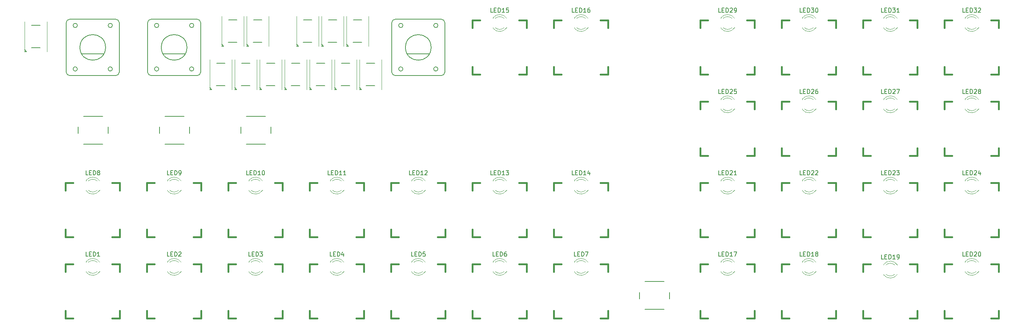
<source format=gbr>
G04 #@! TF.FileFunction,Legend,Top*
%FSLAX46Y46*%
G04 Gerber Fmt 4.6, Leading zero omitted, Abs format (unit mm)*
G04 Created by KiCad (PCBNEW 4.0.7) date Sat Mar 24 11:27:51 2018*
%MOMM*%
%LPD*%
G01*
G04 APERTURE LIST*
%ADD10C,0.100000*%
%ADD11C,0.381000*%
%ADD12C,0.150000*%
%ADD13C,0.120000*%
%ADD14C,0.200000*%
G04 APERTURE END LIST*
D10*
D11*
X303530000Y-109220000D02*
X301752000Y-109220000D01*
X292608000Y-109220000D02*
X290830000Y-109220000D01*
X290830000Y-109220000D02*
X290830000Y-107442000D01*
X290830000Y-98298000D02*
X290830000Y-96520000D01*
X290830000Y-96520000D02*
X292608000Y-96520000D01*
X301752000Y-96520000D02*
X303530000Y-96520000D01*
X303530000Y-96520000D02*
X303530000Y-98298000D01*
X303530000Y-107442000D02*
X303530000Y-109220000D01*
X97790000Y-128270000D02*
X96012000Y-128270000D01*
X86868000Y-128270000D02*
X85090000Y-128270000D01*
X85090000Y-128270000D02*
X85090000Y-126492000D01*
X85090000Y-117348000D02*
X85090000Y-115570000D01*
X85090000Y-115570000D02*
X86868000Y-115570000D01*
X96012000Y-115570000D02*
X97790000Y-115570000D01*
X97790000Y-115570000D02*
X97790000Y-117348000D01*
X97790000Y-126492000D02*
X97790000Y-128270000D01*
X212090000Y-109220000D02*
X210312000Y-109220000D01*
X201168000Y-109220000D02*
X199390000Y-109220000D01*
X199390000Y-109220000D02*
X199390000Y-107442000D01*
X199390000Y-98298000D02*
X199390000Y-96520000D01*
X199390000Y-96520000D02*
X201168000Y-96520000D01*
X210312000Y-96520000D02*
X212090000Y-96520000D01*
X212090000Y-96520000D02*
X212090000Y-98298000D01*
X212090000Y-107442000D02*
X212090000Y-109220000D01*
X193040000Y-109220000D02*
X191262000Y-109220000D01*
X182118000Y-109220000D02*
X180340000Y-109220000D01*
X180340000Y-109220000D02*
X180340000Y-107442000D01*
X180340000Y-98298000D02*
X180340000Y-96520000D01*
X180340000Y-96520000D02*
X182118000Y-96520000D01*
X191262000Y-96520000D02*
X193040000Y-96520000D01*
X193040000Y-96520000D02*
X193040000Y-98298000D01*
X193040000Y-107442000D02*
X193040000Y-109220000D01*
X173990000Y-109220000D02*
X172212000Y-109220000D01*
X163068000Y-109220000D02*
X161290000Y-109220000D01*
X161290000Y-109220000D02*
X161290000Y-107442000D01*
X161290000Y-98298000D02*
X161290000Y-96520000D01*
X161290000Y-96520000D02*
X163068000Y-96520000D01*
X172212000Y-96520000D02*
X173990000Y-96520000D01*
X173990000Y-96520000D02*
X173990000Y-98298000D01*
X173990000Y-107442000D02*
X173990000Y-109220000D01*
X154940000Y-109220000D02*
X153162000Y-109220000D01*
X144018000Y-109220000D02*
X142240000Y-109220000D01*
X142240000Y-109220000D02*
X142240000Y-107442000D01*
X142240000Y-98298000D02*
X142240000Y-96520000D01*
X142240000Y-96520000D02*
X144018000Y-96520000D01*
X153162000Y-96520000D02*
X154940000Y-96520000D01*
X154940000Y-96520000D02*
X154940000Y-98298000D01*
X154940000Y-107442000D02*
X154940000Y-109220000D01*
X135890000Y-109220000D02*
X134112000Y-109220000D01*
X124968000Y-109220000D02*
X123190000Y-109220000D01*
X123190000Y-109220000D02*
X123190000Y-107442000D01*
X123190000Y-98298000D02*
X123190000Y-96520000D01*
X123190000Y-96520000D02*
X124968000Y-96520000D01*
X134112000Y-96520000D02*
X135890000Y-96520000D01*
X135890000Y-96520000D02*
X135890000Y-98298000D01*
X135890000Y-107442000D02*
X135890000Y-109220000D01*
X212090000Y-71120000D02*
X210312000Y-71120000D01*
X201168000Y-71120000D02*
X199390000Y-71120000D01*
X199390000Y-71120000D02*
X199390000Y-69342000D01*
X199390000Y-60198000D02*
X199390000Y-58420000D01*
X199390000Y-58420000D02*
X201168000Y-58420000D01*
X210312000Y-58420000D02*
X212090000Y-58420000D01*
X212090000Y-58420000D02*
X212090000Y-60198000D01*
X212090000Y-69342000D02*
X212090000Y-71120000D01*
X193040000Y-71120000D02*
X191262000Y-71120000D01*
X182118000Y-71120000D02*
X180340000Y-71120000D01*
X180340000Y-71120000D02*
X180340000Y-69342000D01*
X180340000Y-60198000D02*
X180340000Y-58420000D01*
X180340000Y-58420000D02*
X182118000Y-58420000D01*
X191262000Y-58420000D02*
X193040000Y-58420000D01*
X193040000Y-58420000D02*
X193040000Y-60198000D01*
X193040000Y-69342000D02*
X193040000Y-71120000D01*
X246380000Y-128270000D02*
X244602000Y-128270000D01*
X235458000Y-128270000D02*
X233680000Y-128270000D01*
X233680000Y-128270000D02*
X233680000Y-126492000D01*
X233680000Y-117348000D02*
X233680000Y-115570000D01*
X233680000Y-115570000D02*
X235458000Y-115570000D01*
X244602000Y-115570000D02*
X246380000Y-115570000D01*
X246380000Y-115570000D02*
X246380000Y-117348000D01*
X246380000Y-126492000D02*
X246380000Y-128270000D01*
X265430000Y-128270000D02*
X263652000Y-128270000D01*
X254508000Y-128270000D02*
X252730000Y-128270000D01*
X252730000Y-128270000D02*
X252730000Y-126492000D01*
X252730000Y-117348000D02*
X252730000Y-115570000D01*
X252730000Y-115570000D02*
X254508000Y-115570000D01*
X263652000Y-115570000D02*
X265430000Y-115570000D01*
X265430000Y-115570000D02*
X265430000Y-117348000D01*
X265430000Y-126492000D02*
X265430000Y-128270000D01*
X246380000Y-90170000D02*
X244602000Y-90170000D01*
X235458000Y-90170000D02*
X233680000Y-90170000D01*
X233680000Y-90170000D02*
X233680000Y-88392000D01*
X233680000Y-79248000D02*
X233680000Y-77470000D01*
X233680000Y-77470000D02*
X235458000Y-77470000D01*
X244602000Y-77470000D02*
X246380000Y-77470000D01*
X246380000Y-77470000D02*
X246380000Y-79248000D01*
X246380000Y-88392000D02*
X246380000Y-90170000D01*
X284480000Y-128270000D02*
X282702000Y-128270000D01*
X273558000Y-128270000D02*
X271780000Y-128270000D01*
X271780000Y-128270000D02*
X271780000Y-126492000D01*
X271780000Y-117348000D02*
X271780000Y-115570000D01*
X271780000Y-115570000D02*
X273558000Y-115570000D01*
X282702000Y-115570000D02*
X284480000Y-115570000D01*
X284480000Y-115570000D02*
X284480000Y-117348000D01*
X284480000Y-126492000D02*
X284480000Y-128270000D01*
X265430000Y-90170000D02*
X263652000Y-90170000D01*
X254508000Y-90170000D02*
X252730000Y-90170000D01*
X252730000Y-90170000D02*
X252730000Y-88392000D01*
X252730000Y-79248000D02*
X252730000Y-77470000D01*
X252730000Y-77470000D02*
X254508000Y-77470000D01*
X263652000Y-77470000D02*
X265430000Y-77470000D01*
X265430000Y-77470000D02*
X265430000Y-79248000D01*
X265430000Y-88392000D02*
X265430000Y-90170000D01*
X303530000Y-128270000D02*
X301752000Y-128270000D01*
X292608000Y-128270000D02*
X290830000Y-128270000D01*
X290830000Y-128270000D02*
X290830000Y-126492000D01*
X290830000Y-117348000D02*
X290830000Y-115570000D01*
X290830000Y-115570000D02*
X292608000Y-115570000D01*
X301752000Y-115570000D02*
X303530000Y-115570000D01*
X303530000Y-115570000D02*
X303530000Y-117348000D01*
X303530000Y-126492000D02*
X303530000Y-128270000D01*
X284480000Y-90170000D02*
X282702000Y-90170000D01*
X273558000Y-90170000D02*
X271780000Y-90170000D01*
X271780000Y-90170000D02*
X271780000Y-88392000D01*
X271780000Y-79248000D02*
X271780000Y-77470000D01*
X271780000Y-77470000D02*
X273558000Y-77470000D01*
X282702000Y-77470000D02*
X284480000Y-77470000D01*
X284480000Y-77470000D02*
X284480000Y-79248000D01*
X284480000Y-88392000D02*
X284480000Y-90170000D01*
X303530000Y-90170000D02*
X301752000Y-90170000D01*
X292608000Y-90170000D02*
X290830000Y-90170000D01*
X290830000Y-90170000D02*
X290830000Y-88392000D01*
X290830000Y-79248000D02*
X290830000Y-77470000D01*
X290830000Y-77470000D02*
X292608000Y-77470000D01*
X301752000Y-77470000D02*
X303530000Y-77470000D01*
X303530000Y-77470000D02*
X303530000Y-79248000D01*
X303530000Y-88392000D02*
X303530000Y-90170000D01*
X265430000Y-109220000D02*
X263652000Y-109220000D01*
X254508000Y-109220000D02*
X252730000Y-109220000D01*
X252730000Y-109220000D02*
X252730000Y-107442000D01*
X252730000Y-98298000D02*
X252730000Y-96520000D01*
X252730000Y-96520000D02*
X254508000Y-96520000D01*
X263652000Y-96520000D02*
X265430000Y-96520000D01*
X265430000Y-96520000D02*
X265430000Y-98298000D01*
X265430000Y-107442000D02*
X265430000Y-109220000D01*
X246380000Y-71120000D02*
X244602000Y-71120000D01*
X235458000Y-71120000D02*
X233680000Y-71120000D01*
X233680000Y-71120000D02*
X233680000Y-69342000D01*
X233680000Y-60198000D02*
X233680000Y-58420000D01*
X233680000Y-58420000D02*
X235458000Y-58420000D01*
X244602000Y-58420000D02*
X246380000Y-58420000D01*
X246380000Y-58420000D02*
X246380000Y-60198000D01*
X246380000Y-69342000D02*
X246380000Y-71120000D01*
X284480000Y-109220000D02*
X282702000Y-109220000D01*
X273558000Y-109220000D02*
X271780000Y-109220000D01*
X271780000Y-109220000D02*
X271780000Y-107442000D01*
X271780000Y-98298000D02*
X271780000Y-96520000D01*
X271780000Y-96520000D02*
X273558000Y-96520000D01*
X282702000Y-96520000D02*
X284480000Y-96520000D01*
X284480000Y-96520000D02*
X284480000Y-98298000D01*
X284480000Y-107442000D02*
X284480000Y-109220000D01*
X265430000Y-71120000D02*
X263652000Y-71120000D01*
X254508000Y-71120000D02*
X252730000Y-71120000D01*
X252730000Y-71120000D02*
X252730000Y-69342000D01*
X252730000Y-60198000D02*
X252730000Y-58420000D01*
X252730000Y-58420000D02*
X254508000Y-58420000D01*
X263652000Y-58420000D02*
X265430000Y-58420000D01*
X265430000Y-58420000D02*
X265430000Y-60198000D01*
X265430000Y-69342000D02*
X265430000Y-71120000D01*
X303530000Y-71120000D02*
X301752000Y-71120000D01*
X292608000Y-71120000D02*
X290830000Y-71120000D01*
X290830000Y-71120000D02*
X290830000Y-69342000D01*
X290830000Y-60198000D02*
X290830000Y-58420000D01*
X290830000Y-58420000D02*
X292608000Y-58420000D01*
X301752000Y-58420000D02*
X303530000Y-58420000D01*
X303530000Y-58420000D02*
X303530000Y-60198000D01*
X303530000Y-69342000D02*
X303530000Y-71120000D01*
X212090000Y-128270000D02*
X210312000Y-128270000D01*
X201168000Y-128270000D02*
X199390000Y-128270000D01*
X199390000Y-128270000D02*
X199390000Y-126492000D01*
X199390000Y-117348000D02*
X199390000Y-115570000D01*
X199390000Y-115570000D02*
X201168000Y-115570000D01*
X210312000Y-115570000D02*
X212090000Y-115570000D01*
X212090000Y-115570000D02*
X212090000Y-117348000D01*
X212090000Y-126492000D02*
X212090000Y-128270000D01*
X193040000Y-128270000D02*
X191262000Y-128270000D01*
X182118000Y-128270000D02*
X180340000Y-128270000D01*
X180340000Y-128270000D02*
X180340000Y-126492000D01*
X180340000Y-117348000D02*
X180340000Y-115570000D01*
X180340000Y-115570000D02*
X182118000Y-115570000D01*
X191262000Y-115570000D02*
X193040000Y-115570000D01*
X193040000Y-115570000D02*
X193040000Y-117348000D01*
X193040000Y-126492000D02*
X193040000Y-128270000D01*
X173990000Y-128270000D02*
X172212000Y-128270000D01*
X163068000Y-128270000D02*
X161290000Y-128270000D01*
X161290000Y-128270000D02*
X161290000Y-126492000D01*
X161290000Y-117348000D02*
X161290000Y-115570000D01*
X161290000Y-115570000D02*
X163068000Y-115570000D01*
X172212000Y-115570000D02*
X173990000Y-115570000D01*
X173990000Y-115570000D02*
X173990000Y-117348000D01*
X173990000Y-126492000D02*
X173990000Y-128270000D01*
X154940000Y-128270000D02*
X153162000Y-128270000D01*
X144018000Y-128270000D02*
X142240000Y-128270000D01*
X142240000Y-128270000D02*
X142240000Y-126492000D01*
X142240000Y-117348000D02*
X142240000Y-115570000D01*
X142240000Y-115570000D02*
X144018000Y-115570000D01*
X153162000Y-115570000D02*
X154940000Y-115570000D01*
X154940000Y-115570000D02*
X154940000Y-117348000D01*
X154940000Y-126492000D02*
X154940000Y-128270000D01*
X135890000Y-128270000D02*
X134112000Y-128270000D01*
X124968000Y-128270000D02*
X123190000Y-128270000D01*
X123190000Y-128270000D02*
X123190000Y-126492000D01*
X123190000Y-117348000D02*
X123190000Y-115570000D01*
X123190000Y-115570000D02*
X124968000Y-115570000D01*
X134112000Y-115570000D02*
X135890000Y-115570000D01*
X135890000Y-115570000D02*
X135890000Y-117348000D01*
X135890000Y-126492000D02*
X135890000Y-128270000D01*
X116840000Y-128270000D02*
X115062000Y-128270000D01*
X105918000Y-128270000D02*
X104140000Y-128270000D01*
X104140000Y-128270000D02*
X104140000Y-126492000D01*
X104140000Y-117348000D02*
X104140000Y-115570000D01*
X104140000Y-115570000D02*
X105918000Y-115570000D01*
X115062000Y-115570000D02*
X116840000Y-115570000D01*
X116840000Y-115570000D02*
X116840000Y-117348000D01*
X116840000Y-126492000D02*
X116840000Y-128270000D01*
X284480000Y-71120000D02*
X282702000Y-71120000D01*
X273558000Y-71120000D02*
X271780000Y-71120000D01*
X271780000Y-71120000D02*
X271780000Y-69342000D01*
X271780000Y-60198000D02*
X271780000Y-58420000D01*
X271780000Y-58420000D02*
X273558000Y-58420000D01*
X282702000Y-58420000D02*
X284480000Y-58420000D01*
X284480000Y-58420000D02*
X284480000Y-60198000D01*
X284480000Y-69342000D02*
X284480000Y-71120000D01*
X246380000Y-109220000D02*
X244602000Y-109220000D01*
X235458000Y-109220000D02*
X233680000Y-109220000D01*
X233680000Y-109220000D02*
X233680000Y-107442000D01*
X233680000Y-98298000D02*
X233680000Y-96520000D01*
X233680000Y-96520000D02*
X235458000Y-96520000D01*
X244602000Y-96520000D02*
X246380000Y-96520000D01*
X246380000Y-96520000D02*
X246380000Y-98298000D01*
X246380000Y-107442000D02*
X246380000Y-109220000D01*
X116840000Y-109220000D02*
X115062000Y-109220000D01*
X105918000Y-109220000D02*
X104140000Y-109220000D01*
X104140000Y-109220000D02*
X104140000Y-107442000D01*
X104140000Y-98298000D02*
X104140000Y-96520000D01*
X104140000Y-96520000D02*
X105918000Y-96520000D01*
X115062000Y-96520000D02*
X116840000Y-96520000D01*
X116840000Y-96520000D02*
X116840000Y-98298000D01*
X116840000Y-107442000D02*
X116840000Y-109220000D01*
X97790000Y-109220000D02*
X96012000Y-109220000D01*
X86868000Y-109220000D02*
X85090000Y-109220000D01*
X85090000Y-109220000D02*
X85090000Y-107442000D01*
X85090000Y-98298000D02*
X85090000Y-96520000D01*
X85090000Y-96520000D02*
X86868000Y-96520000D01*
X96012000Y-96520000D02*
X97790000Y-96520000D01*
X97790000Y-96520000D02*
X97790000Y-98298000D01*
X97790000Y-107442000D02*
X97790000Y-109220000D01*
D12*
X108315000Y-87415000D02*
X112815000Y-87415000D01*
X107065000Y-83415000D02*
X107065000Y-84915000D01*
X112815000Y-80915000D02*
X108315000Y-80915000D01*
X114065000Y-84915000D02*
X114065000Y-83415000D01*
X89265000Y-87415000D02*
X93765000Y-87415000D01*
X88015000Y-83415000D02*
X88015000Y-84915000D01*
X93765000Y-80915000D02*
X89265000Y-80915000D01*
X95015000Y-84915000D02*
X95015000Y-83415000D01*
X127365000Y-87415000D02*
X131865000Y-87415000D01*
X126115000Y-83415000D02*
X126115000Y-84915000D01*
X131865000Y-80915000D02*
X127365000Y-80915000D01*
X133115000Y-84915000D02*
X133115000Y-83415000D01*
X79121000Y-59588400D02*
X77114400Y-59588400D01*
X79095600Y-64871600D02*
X77089000Y-64871600D01*
X75514200Y-65735200D02*
X75920600Y-65735200D01*
X75920600Y-65735200D02*
X75514200Y-65278000D01*
D13*
X80705000Y-58730000D02*
X80705000Y-65730000D01*
X75505000Y-58730000D02*
X75505000Y-65730000D01*
D12*
X157480000Y-68478400D02*
X155473400Y-68478400D01*
X157454600Y-73761600D02*
X155448000Y-73761600D01*
X153873200Y-74625200D02*
X154279600Y-74625200D01*
X154279600Y-74625200D02*
X153873200Y-74168000D01*
D13*
X159064000Y-67620000D02*
X159064000Y-74620000D01*
X153864000Y-67620000D02*
X153864000Y-74620000D01*
D12*
X154432000Y-58318400D02*
X152425400Y-58318400D01*
X154406600Y-63601600D02*
X152400000Y-63601600D01*
X150825200Y-64465200D02*
X151231600Y-64465200D01*
X151231600Y-64465200D02*
X150825200Y-64008000D01*
D13*
X156016000Y-57460000D02*
X156016000Y-64460000D01*
X150816000Y-57460000D02*
X150816000Y-64460000D01*
D12*
X151638000Y-68478400D02*
X149631400Y-68478400D01*
X151612600Y-73761600D02*
X149606000Y-73761600D01*
X148031200Y-74625200D02*
X148437600Y-74625200D01*
X148437600Y-74625200D02*
X148031200Y-74168000D01*
D13*
X153222000Y-67620000D02*
X153222000Y-74620000D01*
X148022000Y-67620000D02*
X148022000Y-74620000D01*
D12*
X148590000Y-58318400D02*
X146583400Y-58318400D01*
X148564600Y-63601600D02*
X146558000Y-63601600D01*
X144983200Y-64465200D02*
X145389600Y-64465200D01*
X145389600Y-64465200D02*
X144983200Y-64008000D01*
D13*
X150174000Y-57460000D02*
X150174000Y-64460000D01*
X144974000Y-57460000D02*
X144974000Y-64460000D01*
D12*
X145796000Y-68478400D02*
X143789400Y-68478400D01*
X145770600Y-73761600D02*
X143764000Y-73761600D01*
X142189200Y-74625200D02*
X142595600Y-74625200D01*
X142595600Y-74625200D02*
X142189200Y-74168000D01*
D13*
X147380000Y-67620000D02*
X147380000Y-74620000D01*
X142180000Y-67620000D02*
X142180000Y-74620000D01*
D12*
X142748000Y-58318400D02*
X140741400Y-58318400D01*
X142722600Y-63601600D02*
X140716000Y-63601600D01*
X139141200Y-64465200D02*
X139547600Y-64465200D01*
X139547600Y-64465200D02*
X139141200Y-64008000D01*
D13*
X144332000Y-57460000D02*
X144332000Y-64460000D01*
X139132000Y-57460000D02*
X139132000Y-64460000D01*
D12*
X139954000Y-68478400D02*
X137947400Y-68478400D01*
X139928600Y-73761600D02*
X137922000Y-73761600D01*
X136347200Y-74625200D02*
X136753600Y-74625200D01*
X136753600Y-74625200D02*
X136347200Y-74168000D01*
D13*
X141538000Y-67620000D02*
X141538000Y-74620000D01*
X136338000Y-67620000D02*
X136338000Y-74620000D01*
D12*
X134112000Y-68478400D02*
X132105400Y-68478400D01*
X134086600Y-73761600D02*
X132080000Y-73761600D01*
X130505200Y-74625200D02*
X130911600Y-74625200D01*
X130911600Y-74625200D02*
X130505200Y-74168000D01*
D13*
X135696000Y-67620000D02*
X135696000Y-74620000D01*
X130496000Y-67620000D02*
X130496000Y-74620000D01*
D12*
X131064000Y-58318400D02*
X129057400Y-58318400D01*
X131038600Y-63601600D02*
X129032000Y-63601600D01*
X127457200Y-64465200D02*
X127863600Y-64465200D01*
X127863600Y-64465200D02*
X127457200Y-64008000D01*
D13*
X132648000Y-57460000D02*
X132648000Y-64460000D01*
X127448000Y-57460000D02*
X127448000Y-64460000D01*
D12*
X128270000Y-68478400D02*
X126263400Y-68478400D01*
X128244600Y-73761600D02*
X126238000Y-73761600D01*
X124663200Y-74625200D02*
X125069600Y-74625200D01*
X125069600Y-74625200D02*
X124663200Y-74168000D01*
D13*
X129854000Y-67620000D02*
X129854000Y-74620000D01*
X124654000Y-67620000D02*
X124654000Y-74620000D01*
D12*
X125222000Y-58318400D02*
X123215400Y-58318400D01*
X125196600Y-63601600D02*
X123190000Y-63601600D01*
X121615200Y-64465200D02*
X122021600Y-64465200D01*
X122021600Y-64465200D02*
X121615200Y-64008000D01*
D13*
X126806000Y-57460000D02*
X126806000Y-64460000D01*
X121606000Y-57460000D02*
X121606000Y-64460000D01*
D12*
X122428000Y-68478400D02*
X120421400Y-68478400D01*
X122402600Y-73761600D02*
X120396000Y-73761600D01*
X118821200Y-74625200D02*
X119227600Y-74625200D01*
X119227600Y-74625200D02*
X118821200Y-74168000D01*
D13*
X124012000Y-67620000D02*
X124012000Y-74620000D01*
X118812000Y-67620000D02*
X118812000Y-74620000D01*
D14*
X96040000Y-59620000D02*
G75*
G03X96040000Y-59620000I-500000J0D01*
G01*
X87840000Y-59620000D02*
G75*
G03X87840000Y-59620000I-500000J0D01*
G01*
X87840000Y-69820000D02*
G75*
G03X87840000Y-69820000I-500000J0D01*
G01*
X96040000Y-69820000D02*
G75*
G03X96040000Y-69820000I-500000J0D01*
G01*
X97640000Y-58970000D02*
X97640000Y-70570000D01*
X85240000Y-70570000D02*
X85240000Y-58970000D01*
X96840000Y-71370000D02*
X86040000Y-71370000D01*
X96840000Y-58170000D02*
X86040000Y-58170000D01*
X96840000Y-71370000D02*
G75*
G03X97640000Y-70570000I0J800000D01*
G01*
X97640000Y-58970000D02*
G75*
G03X96840000Y-58170000I-800000J0D01*
G01*
X86040000Y-58170000D02*
G75*
G03X85240000Y-58970000I0J-800000D01*
G01*
X85240000Y-70570000D02*
G75*
G03X86040000Y-71370000I800000J0D01*
G01*
X94040000Y-66270000D02*
X88840000Y-66270000D01*
X94440000Y-64770000D02*
G75*
G03X94440000Y-64770000I-3000000J0D01*
G01*
X115090000Y-59620000D02*
G75*
G03X115090000Y-59620000I-500000J0D01*
G01*
X106890000Y-59620000D02*
G75*
G03X106890000Y-59620000I-500000J0D01*
G01*
X106890000Y-69820000D02*
G75*
G03X106890000Y-69820000I-500000J0D01*
G01*
X115090000Y-69820000D02*
G75*
G03X115090000Y-69820000I-500000J0D01*
G01*
X116690000Y-58970000D02*
X116690000Y-70570000D01*
X104290000Y-70570000D02*
X104290000Y-58970000D01*
X115890000Y-71370000D02*
X105090000Y-71370000D01*
X115890000Y-58170000D02*
X105090000Y-58170000D01*
X115890000Y-71370000D02*
G75*
G03X116690000Y-70570000I0J800000D01*
G01*
X116690000Y-58970000D02*
G75*
G03X115890000Y-58170000I-800000J0D01*
G01*
X105090000Y-58170000D02*
G75*
G03X104290000Y-58970000I0J-800000D01*
G01*
X104290000Y-70570000D02*
G75*
G03X105090000Y-71370000I800000J0D01*
G01*
X113090000Y-66270000D02*
X107890000Y-66270000D01*
X113490000Y-64770000D02*
G75*
G03X113490000Y-64770000I-3000000J0D01*
G01*
X172240000Y-59620000D02*
G75*
G03X172240000Y-59620000I-500000J0D01*
G01*
X164040000Y-59620000D02*
G75*
G03X164040000Y-59620000I-500000J0D01*
G01*
X164040000Y-69820000D02*
G75*
G03X164040000Y-69820000I-500000J0D01*
G01*
X172240000Y-69820000D02*
G75*
G03X172240000Y-69820000I-500000J0D01*
G01*
X173840000Y-58970000D02*
X173840000Y-70570000D01*
X161440000Y-70570000D02*
X161440000Y-58970000D01*
X173040000Y-71370000D02*
X162240000Y-71370000D01*
X173040000Y-58170000D02*
X162240000Y-58170000D01*
X173040000Y-71370000D02*
G75*
G03X173840000Y-70570000I0J800000D01*
G01*
X173840000Y-58970000D02*
G75*
G03X173040000Y-58170000I-800000J0D01*
G01*
X162240000Y-58170000D02*
G75*
G03X161440000Y-58970000I0J-800000D01*
G01*
X161440000Y-70570000D02*
G75*
G03X162240000Y-71370000I800000J0D01*
G01*
X170240000Y-66270000D02*
X165040000Y-66270000D01*
X170640000Y-64770000D02*
G75*
G03X170640000Y-64770000I-3000000J0D01*
G01*
D12*
X220710000Y-126150000D02*
X225210000Y-126150000D01*
X219460000Y-122150000D02*
X219460000Y-123650000D01*
X225210000Y-119650000D02*
X220710000Y-119650000D01*
X226460000Y-123650000D02*
X226460000Y-122150000D01*
D13*
X93112335Y-115126392D02*
G75*
G03X89880000Y-114969484I-1672335J-1078608D01*
G01*
X93112335Y-117283608D02*
G75*
G02X89880000Y-117440516I-1672335J1078608D01*
G01*
X92481130Y-115125163D02*
G75*
G03X90399039Y-115125000I-1041130J-1079837D01*
G01*
X92481130Y-117284837D02*
G75*
G02X90399039Y-117285000I-1041130J1079837D01*
G01*
X89880000Y-114969000D02*
X89880000Y-115125000D01*
X89880000Y-117285000D02*
X89880000Y-117441000D01*
X112162335Y-115126392D02*
G75*
G03X108930000Y-114969484I-1672335J-1078608D01*
G01*
X112162335Y-117283608D02*
G75*
G02X108930000Y-117440516I-1672335J1078608D01*
G01*
X111531130Y-115125163D02*
G75*
G03X109449039Y-115125000I-1041130J-1079837D01*
G01*
X111531130Y-117284837D02*
G75*
G02X109449039Y-117285000I-1041130J1079837D01*
G01*
X108930000Y-114969000D02*
X108930000Y-115125000D01*
X108930000Y-117285000D02*
X108930000Y-117441000D01*
X131212335Y-115126392D02*
G75*
G03X127980000Y-114969484I-1672335J-1078608D01*
G01*
X131212335Y-117283608D02*
G75*
G02X127980000Y-117440516I-1672335J1078608D01*
G01*
X130581130Y-115125163D02*
G75*
G03X128499039Y-115125000I-1041130J-1079837D01*
G01*
X130581130Y-117284837D02*
G75*
G02X128499039Y-117285000I-1041130J1079837D01*
G01*
X127980000Y-114969000D02*
X127980000Y-115125000D01*
X127980000Y-117285000D02*
X127980000Y-117441000D01*
X150262335Y-115126392D02*
G75*
G03X147030000Y-114969484I-1672335J-1078608D01*
G01*
X150262335Y-117283608D02*
G75*
G02X147030000Y-117440516I-1672335J1078608D01*
G01*
X149631130Y-115125163D02*
G75*
G03X147549039Y-115125000I-1041130J-1079837D01*
G01*
X149631130Y-117284837D02*
G75*
G02X147549039Y-117285000I-1041130J1079837D01*
G01*
X147030000Y-114969000D02*
X147030000Y-115125000D01*
X147030000Y-117285000D02*
X147030000Y-117441000D01*
X169312335Y-115126392D02*
G75*
G03X166080000Y-114969484I-1672335J-1078608D01*
G01*
X169312335Y-117283608D02*
G75*
G02X166080000Y-117440516I-1672335J1078608D01*
G01*
X168681130Y-115125163D02*
G75*
G03X166599039Y-115125000I-1041130J-1079837D01*
G01*
X168681130Y-117284837D02*
G75*
G02X166599039Y-117285000I-1041130J1079837D01*
G01*
X166080000Y-114969000D02*
X166080000Y-115125000D01*
X166080000Y-117285000D02*
X166080000Y-117441000D01*
X188362335Y-115126392D02*
G75*
G03X185130000Y-114969484I-1672335J-1078608D01*
G01*
X188362335Y-117283608D02*
G75*
G02X185130000Y-117440516I-1672335J1078608D01*
G01*
X187731130Y-115125163D02*
G75*
G03X185649039Y-115125000I-1041130J-1079837D01*
G01*
X187731130Y-117284837D02*
G75*
G02X185649039Y-117285000I-1041130J1079837D01*
G01*
X185130000Y-114969000D02*
X185130000Y-115125000D01*
X185130000Y-117285000D02*
X185130000Y-117441000D01*
X207412335Y-115126392D02*
G75*
G03X204180000Y-114969484I-1672335J-1078608D01*
G01*
X207412335Y-117283608D02*
G75*
G02X204180000Y-117440516I-1672335J1078608D01*
G01*
X206781130Y-115125163D02*
G75*
G03X204699039Y-115125000I-1041130J-1079837D01*
G01*
X206781130Y-117284837D02*
G75*
G02X204699039Y-117285000I-1041130J1079837D01*
G01*
X204180000Y-114969000D02*
X204180000Y-115125000D01*
X204180000Y-117285000D02*
X204180000Y-117441000D01*
X93112335Y-96076392D02*
G75*
G03X89880000Y-95919484I-1672335J-1078608D01*
G01*
X93112335Y-98233608D02*
G75*
G02X89880000Y-98390516I-1672335J1078608D01*
G01*
X92481130Y-96075163D02*
G75*
G03X90399039Y-96075000I-1041130J-1079837D01*
G01*
X92481130Y-98234837D02*
G75*
G02X90399039Y-98235000I-1041130J1079837D01*
G01*
X89880000Y-95919000D02*
X89880000Y-96075000D01*
X89880000Y-98235000D02*
X89880000Y-98391000D01*
X112162335Y-96076392D02*
G75*
G03X108930000Y-95919484I-1672335J-1078608D01*
G01*
X112162335Y-98233608D02*
G75*
G02X108930000Y-98390516I-1672335J1078608D01*
G01*
X111531130Y-96075163D02*
G75*
G03X109449039Y-96075000I-1041130J-1079837D01*
G01*
X111531130Y-98234837D02*
G75*
G02X109449039Y-98235000I-1041130J1079837D01*
G01*
X108930000Y-95919000D02*
X108930000Y-96075000D01*
X108930000Y-98235000D02*
X108930000Y-98391000D01*
X131212335Y-96076392D02*
G75*
G03X127980000Y-95919484I-1672335J-1078608D01*
G01*
X131212335Y-98233608D02*
G75*
G02X127980000Y-98390516I-1672335J1078608D01*
G01*
X130581130Y-96075163D02*
G75*
G03X128499039Y-96075000I-1041130J-1079837D01*
G01*
X130581130Y-98234837D02*
G75*
G02X128499039Y-98235000I-1041130J1079837D01*
G01*
X127980000Y-95919000D02*
X127980000Y-96075000D01*
X127980000Y-98235000D02*
X127980000Y-98391000D01*
X150262335Y-96076392D02*
G75*
G03X147030000Y-95919484I-1672335J-1078608D01*
G01*
X150262335Y-98233608D02*
G75*
G02X147030000Y-98390516I-1672335J1078608D01*
G01*
X149631130Y-96075163D02*
G75*
G03X147549039Y-96075000I-1041130J-1079837D01*
G01*
X149631130Y-98234837D02*
G75*
G02X147549039Y-98235000I-1041130J1079837D01*
G01*
X147030000Y-95919000D02*
X147030000Y-96075000D01*
X147030000Y-98235000D02*
X147030000Y-98391000D01*
X169312335Y-96076392D02*
G75*
G03X166080000Y-95919484I-1672335J-1078608D01*
G01*
X169312335Y-98233608D02*
G75*
G02X166080000Y-98390516I-1672335J1078608D01*
G01*
X168681130Y-96075163D02*
G75*
G03X166599039Y-96075000I-1041130J-1079837D01*
G01*
X168681130Y-98234837D02*
G75*
G02X166599039Y-98235000I-1041130J1079837D01*
G01*
X166080000Y-95919000D02*
X166080000Y-96075000D01*
X166080000Y-98235000D02*
X166080000Y-98391000D01*
X188362335Y-96076392D02*
G75*
G03X185130000Y-95919484I-1672335J-1078608D01*
G01*
X188362335Y-98233608D02*
G75*
G02X185130000Y-98390516I-1672335J1078608D01*
G01*
X187731130Y-96075163D02*
G75*
G03X185649039Y-96075000I-1041130J-1079837D01*
G01*
X187731130Y-98234837D02*
G75*
G02X185649039Y-98235000I-1041130J1079837D01*
G01*
X185130000Y-95919000D02*
X185130000Y-96075000D01*
X185130000Y-98235000D02*
X185130000Y-98391000D01*
X207412335Y-96076392D02*
G75*
G03X204180000Y-95919484I-1672335J-1078608D01*
G01*
X207412335Y-98233608D02*
G75*
G02X204180000Y-98390516I-1672335J1078608D01*
G01*
X206781130Y-96075163D02*
G75*
G03X204699039Y-96075000I-1041130J-1079837D01*
G01*
X206781130Y-98234837D02*
G75*
G02X204699039Y-98235000I-1041130J1079837D01*
G01*
X204180000Y-95919000D02*
X204180000Y-96075000D01*
X204180000Y-98235000D02*
X204180000Y-98391000D01*
X188362335Y-57976392D02*
G75*
G03X185130000Y-57819484I-1672335J-1078608D01*
G01*
X188362335Y-60133608D02*
G75*
G02X185130000Y-60290516I-1672335J1078608D01*
G01*
X187731130Y-57975163D02*
G75*
G03X185649039Y-57975000I-1041130J-1079837D01*
G01*
X187731130Y-60134837D02*
G75*
G02X185649039Y-60135000I-1041130J1079837D01*
G01*
X185130000Y-57819000D02*
X185130000Y-57975000D01*
X185130000Y-60135000D02*
X185130000Y-60291000D01*
X207412335Y-57976392D02*
G75*
G03X204180000Y-57819484I-1672335J-1078608D01*
G01*
X207412335Y-60133608D02*
G75*
G02X204180000Y-60290516I-1672335J1078608D01*
G01*
X206781130Y-57975163D02*
G75*
G03X204699039Y-57975000I-1041130J-1079837D01*
G01*
X206781130Y-60134837D02*
G75*
G02X204699039Y-60135000I-1041130J1079837D01*
G01*
X204180000Y-57819000D02*
X204180000Y-57975000D01*
X204180000Y-60135000D02*
X204180000Y-60291000D01*
X241702335Y-115126392D02*
G75*
G03X238470000Y-114969484I-1672335J-1078608D01*
G01*
X241702335Y-117283608D02*
G75*
G02X238470000Y-117440516I-1672335J1078608D01*
G01*
X241071130Y-115125163D02*
G75*
G03X238989039Y-115125000I-1041130J-1079837D01*
G01*
X241071130Y-117284837D02*
G75*
G02X238989039Y-117285000I-1041130J1079837D01*
G01*
X238470000Y-114969000D02*
X238470000Y-115125000D01*
X238470000Y-117285000D02*
X238470000Y-117441000D01*
X260752335Y-115126392D02*
G75*
G03X257520000Y-114969484I-1672335J-1078608D01*
G01*
X260752335Y-117283608D02*
G75*
G02X257520000Y-117440516I-1672335J1078608D01*
G01*
X260121130Y-115125163D02*
G75*
G03X258039039Y-115125000I-1041130J-1079837D01*
G01*
X260121130Y-117284837D02*
G75*
G02X258039039Y-117285000I-1041130J1079837D01*
G01*
X257520000Y-114969000D02*
X257520000Y-115125000D01*
X257520000Y-117285000D02*
X257520000Y-117441000D01*
X279802335Y-115761392D02*
G75*
G03X276570000Y-115604484I-1672335J-1078608D01*
G01*
X279802335Y-117918608D02*
G75*
G02X276570000Y-118075516I-1672335J1078608D01*
G01*
X279171130Y-115760163D02*
G75*
G03X277089039Y-115760000I-1041130J-1079837D01*
G01*
X279171130Y-117919837D02*
G75*
G02X277089039Y-117920000I-1041130J1079837D01*
G01*
X276570000Y-115604000D02*
X276570000Y-115760000D01*
X276570000Y-117920000D02*
X276570000Y-118076000D01*
X298852335Y-115126392D02*
G75*
G03X295620000Y-114969484I-1672335J-1078608D01*
G01*
X298852335Y-117283608D02*
G75*
G02X295620000Y-117440516I-1672335J1078608D01*
G01*
X298221130Y-115125163D02*
G75*
G03X296139039Y-115125000I-1041130J-1079837D01*
G01*
X298221130Y-117284837D02*
G75*
G02X296139039Y-117285000I-1041130J1079837D01*
G01*
X295620000Y-114969000D02*
X295620000Y-115125000D01*
X295620000Y-117285000D02*
X295620000Y-117441000D01*
X241702335Y-96076392D02*
G75*
G03X238470000Y-95919484I-1672335J-1078608D01*
G01*
X241702335Y-98233608D02*
G75*
G02X238470000Y-98390516I-1672335J1078608D01*
G01*
X241071130Y-96075163D02*
G75*
G03X238989039Y-96075000I-1041130J-1079837D01*
G01*
X241071130Y-98234837D02*
G75*
G02X238989039Y-98235000I-1041130J1079837D01*
G01*
X238470000Y-95919000D02*
X238470000Y-96075000D01*
X238470000Y-98235000D02*
X238470000Y-98391000D01*
X260752335Y-96076392D02*
G75*
G03X257520000Y-95919484I-1672335J-1078608D01*
G01*
X260752335Y-98233608D02*
G75*
G02X257520000Y-98390516I-1672335J1078608D01*
G01*
X260121130Y-96075163D02*
G75*
G03X258039039Y-96075000I-1041130J-1079837D01*
G01*
X260121130Y-98234837D02*
G75*
G02X258039039Y-98235000I-1041130J1079837D01*
G01*
X257520000Y-95919000D02*
X257520000Y-96075000D01*
X257520000Y-98235000D02*
X257520000Y-98391000D01*
X279802335Y-96076392D02*
G75*
G03X276570000Y-95919484I-1672335J-1078608D01*
G01*
X279802335Y-98233608D02*
G75*
G02X276570000Y-98390516I-1672335J1078608D01*
G01*
X279171130Y-96075163D02*
G75*
G03X277089039Y-96075000I-1041130J-1079837D01*
G01*
X279171130Y-98234837D02*
G75*
G02X277089039Y-98235000I-1041130J1079837D01*
G01*
X276570000Y-95919000D02*
X276570000Y-96075000D01*
X276570000Y-98235000D02*
X276570000Y-98391000D01*
X298852335Y-96076392D02*
G75*
G03X295620000Y-95919484I-1672335J-1078608D01*
G01*
X298852335Y-98233608D02*
G75*
G02X295620000Y-98390516I-1672335J1078608D01*
G01*
X298221130Y-96075163D02*
G75*
G03X296139039Y-96075000I-1041130J-1079837D01*
G01*
X298221130Y-98234837D02*
G75*
G02X296139039Y-98235000I-1041130J1079837D01*
G01*
X295620000Y-95919000D02*
X295620000Y-96075000D01*
X295620000Y-98235000D02*
X295620000Y-98391000D01*
X241702335Y-77026392D02*
G75*
G03X238470000Y-76869484I-1672335J-1078608D01*
G01*
X241702335Y-79183608D02*
G75*
G02X238470000Y-79340516I-1672335J1078608D01*
G01*
X241071130Y-77025163D02*
G75*
G03X238989039Y-77025000I-1041130J-1079837D01*
G01*
X241071130Y-79184837D02*
G75*
G02X238989039Y-79185000I-1041130J1079837D01*
G01*
X238470000Y-76869000D02*
X238470000Y-77025000D01*
X238470000Y-79185000D02*
X238470000Y-79341000D01*
X260752335Y-77026392D02*
G75*
G03X257520000Y-76869484I-1672335J-1078608D01*
G01*
X260752335Y-79183608D02*
G75*
G02X257520000Y-79340516I-1672335J1078608D01*
G01*
X260121130Y-77025163D02*
G75*
G03X258039039Y-77025000I-1041130J-1079837D01*
G01*
X260121130Y-79184837D02*
G75*
G02X258039039Y-79185000I-1041130J1079837D01*
G01*
X257520000Y-76869000D02*
X257520000Y-77025000D01*
X257520000Y-79185000D02*
X257520000Y-79341000D01*
X279802335Y-77026392D02*
G75*
G03X276570000Y-76869484I-1672335J-1078608D01*
G01*
X279802335Y-79183608D02*
G75*
G02X276570000Y-79340516I-1672335J1078608D01*
G01*
X279171130Y-77025163D02*
G75*
G03X277089039Y-77025000I-1041130J-1079837D01*
G01*
X279171130Y-79184837D02*
G75*
G02X277089039Y-79185000I-1041130J1079837D01*
G01*
X276570000Y-76869000D02*
X276570000Y-77025000D01*
X276570000Y-79185000D02*
X276570000Y-79341000D01*
X298852335Y-77026392D02*
G75*
G03X295620000Y-76869484I-1672335J-1078608D01*
G01*
X298852335Y-79183608D02*
G75*
G02X295620000Y-79340516I-1672335J1078608D01*
G01*
X298221130Y-77025163D02*
G75*
G03X296139039Y-77025000I-1041130J-1079837D01*
G01*
X298221130Y-79184837D02*
G75*
G02X296139039Y-79185000I-1041130J1079837D01*
G01*
X295620000Y-76869000D02*
X295620000Y-77025000D01*
X295620000Y-79185000D02*
X295620000Y-79341000D01*
X241702335Y-57976392D02*
G75*
G03X238470000Y-57819484I-1672335J-1078608D01*
G01*
X241702335Y-60133608D02*
G75*
G02X238470000Y-60290516I-1672335J1078608D01*
G01*
X241071130Y-57975163D02*
G75*
G03X238989039Y-57975000I-1041130J-1079837D01*
G01*
X241071130Y-60134837D02*
G75*
G02X238989039Y-60135000I-1041130J1079837D01*
G01*
X238470000Y-57819000D02*
X238470000Y-57975000D01*
X238470000Y-60135000D02*
X238470000Y-60291000D01*
X260752335Y-57976392D02*
G75*
G03X257520000Y-57819484I-1672335J-1078608D01*
G01*
X260752335Y-60133608D02*
G75*
G02X257520000Y-60290516I-1672335J1078608D01*
G01*
X260121130Y-57975163D02*
G75*
G03X258039039Y-57975000I-1041130J-1079837D01*
G01*
X260121130Y-60134837D02*
G75*
G02X258039039Y-60135000I-1041130J1079837D01*
G01*
X257520000Y-57819000D02*
X257520000Y-57975000D01*
X257520000Y-60135000D02*
X257520000Y-60291000D01*
X279802335Y-57976392D02*
G75*
G03X276570000Y-57819484I-1672335J-1078608D01*
G01*
X279802335Y-60133608D02*
G75*
G02X276570000Y-60290516I-1672335J1078608D01*
G01*
X279171130Y-57975163D02*
G75*
G03X277089039Y-57975000I-1041130J-1079837D01*
G01*
X279171130Y-60134837D02*
G75*
G02X277089039Y-60135000I-1041130J1079837D01*
G01*
X276570000Y-57819000D02*
X276570000Y-57975000D01*
X276570000Y-60135000D02*
X276570000Y-60291000D01*
X298852335Y-57976392D02*
G75*
G03X295620000Y-57819484I-1672335J-1078608D01*
G01*
X298852335Y-60133608D02*
G75*
G02X295620000Y-60290516I-1672335J1078608D01*
G01*
X298221130Y-57975163D02*
G75*
G03X296139039Y-57975000I-1041130J-1079837D01*
G01*
X298221130Y-60134837D02*
G75*
G02X296139039Y-60135000I-1041130J1079837D01*
G01*
X295620000Y-57819000D02*
X295620000Y-57975000D01*
X295620000Y-60135000D02*
X295620000Y-60291000D01*
D12*
X90320953Y-113697381D02*
X89844762Y-113697381D01*
X89844762Y-112697381D01*
X90654286Y-113173571D02*
X90987620Y-113173571D01*
X91130477Y-113697381D02*
X90654286Y-113697381D01*
X90654286Y-112697381D01*
X91130477Y-112697381D01*
X91559048Y-113697381D02*
X91559048Y-112697381D01*
X91797143Y-112697381D01*
X91940001Y-112745000D01*
X92035239Y-112840238D01*
X92082858Y-112935476D01*
X92130477Y-113125952D01*
X92130477Y-113268810D01*
X92082858Y-113459286D01*
X92035239Y-113554524D01*
X91940001Y-113649762D01*
X91797143Y-113697381D01*
X91559048Y-113697381D01*
X93082858Y-113697381D02*
X92511429Y-113697381D01*
X92797143Y-113697381D02*
X92797143Y-112697381D01*
X92701905Y-112840238D01*
X92606667Y-112935476D01*
X92511429Y-112983095D01*
X109370953Y-113697381D02*
X108894762Y-113697381D01*
X108894762Y-112697381D01*
X109704286Y-113173571D02*
X110037620Y-113173571D01*
X110180477Y-113697381D02*
X109704286Y-113697381D01*
X109704286Y-112697381D01*
X110180477Y-112697381D01*
X110609048Y-113697381D02*
X110609048Y-112697381D01*
X110847143Y-112697381D01*
X110990001Y-112745000D01*
X111085239Y-112840238D01*
X111132858Y-112935476D01*
X111180477Y-113125952D01*
X111180477Y-113268810D01*
X111132858Y-113459286D01*
X111085239Y-113554524D01*
X110990001Y-113649762D01*
X110847143Y-113697381D01*
X110609048Y-113697381D01*
X111561429Y-112792619D02*
X111609048Y-112745000D01*
X111704286Y-112697381D01*
X111942382Y-112697381D01*
X112037620Y-112745000D01*
X112085239Y-112792619D01*
X112132858Y-112887857D01*
X112132858Y-112983095D01*
X112085239Y-113125952D01*
X111513810Y-113697381D01*
X112132858Y-113697381D01*
X128420953Y-113697381D02*
X127944762Y-113697381D01*
X127944762Y-112697381D01*
X128754286Y-113173571D02*
X129087620Y-113173571D01*
X129230477Y-113697381D02*
X128754286Y-113697381D01*
X128754286Y-112697381D01*
X129230477Y-112697381D01*
X129659048Y-113697381D02*
X129659048Y-112697381D01*
X129897143Y-112697381D01*
X130040001Y-112745000D01*
X130135239Y-112840238D01*
X130182858Y-112935476D01*
X130230477Y-113125952D01*
X130230477Y-113268810D01*
X130182858Y-113459286D01*
X130135239Y-113554524D01*
X130040001Y-113649762D01*
X129897143Y-113697381D01*
X129659048Y-113697381D01*
X130563810Y-112697381D02*
X131182858Y-112697381D01*
X130849524Y-113078333D01*
X130992382Y-113078333D01*
X131087620Y-113125952D01*
X131135239Y-113173571D01*
X131182858Y-113268810D01*
X131182858Y-113506905D01*
X131135239Y-113602143D01*
X131087620Y-113649762D01*
X130992382Y-113697381D01*
X130706667Y-113697381D01*
X130611429Y-113649762D01*
X130563810Y-113602143D01*
X147470953Y-113697381D02*
X146994762Y-113697381D01*
X146994762Y-112697381D01*
X147804286Y-113173571D02*
X148137620Y-113173571D01*
X148280477Y-113697381D02*
X147804286Y-113697381D01*
X147804286Y-112697381D01*
X148280477Y-112697381D01*
X148709048Y-113697381D02*
X148709048Y-112697381D01*
X148947143Y-112697381D01*
X149090001Y-112745000D01*
X149185239Y-112840238D01*
X149232858Y-112935476D01*
X149280477Y-113125952D01*
X149280477Y-113268810D01*
X149232858Y-113459286D01*
X149185239Y-113554524D01*
X149090001Y-113649762D01*
X148947143Y-113697381D01*
X148709048Y-113697381D01*
X150137620Y-113030714D02*
X150137620Y-113697381D01*
X149899524Y-112649762D02*
X149661429Y-113364048D01*
X150280477Y-113364048D01*
X166520953Y-113697381D02*
X166044762Y-113697381D01*
X166044762Y-112697381D01*
X166854286Y-113173571D02*
X167187620Y-113173571D01*
X167330477Y-113697381D02*
X166854286Y-113697381D01*
X166854286Y-112697381D01*
X167330477Y-112697381D01*
X167759048Y-113697381D02*
X167759048Y-112697381D01*
X167997143Y-112697381D01*
X168140001Y-112745000D01*
X168235239Y-112840238D01*
X168282858Y-112935476D01*
X168330477Y-113125952D01*
X168330477Y-113268810D01*
X168282858Y-113459286D01*
X168235239Y-113554524D01*
X168140001Y-113649762D01*
X167997143Y-113697381D01*
X167759048Y-113697381D01*
X169235239Y-112697381D02*
X168759048Y-112697381D01*
X168711429Y-113173571D01*
X168759048Y-113125952D01*
X168854286Y-113078333D01*
X169092382Y-113078333D01*
X169187620Y-113125952D01*
X169235239Y-113173571D01*
X169282858Y-113268810D01*
X169282858Y-113506905D01*
X169235239Y-113602143D01*
X169187620Y-113649762D01*
X169092382Y-113697381D01*
X168854286Y-113697381D01*
X168759048Y-113649762D01*
X168711429Y-113602143D01*
X185570953Y-113697381D02*
X185094762Y-113697381D01*
X185094762Y-112697381D01*
X185904286Y-113173571D02*
X186237620Y-113173571D01*
X186380477Y-113697381D02*
X185904286Y-113697381D01*
X185904286Y-112697381D01*
X186380477Y-112697381D01*
X186809048Y-113697381D02*
X186809048Y-112697381D01*
X187047143Y-112697381D01*
X187190001Y-112745000D01*
X187285239Y-112840238D01*
X187332858Y-112935476D01*
X187380477Y-113125952D01*
X187380477Y-113268810D01*
X187332858Y-113459286D01*
X187285239Y-113554524D01*
X187190001Y-113649762D01*
X187047143Y-113697381D01*
X186809048Y-113697381D01*
X188237620Y-112697381D02*
X188047143Y-112697381D01*
X187951905Y-112745000D01*
X187904286Y-112792619D01*
X187809048Y-112935476D01*
X187761429Y-113125952D01*
X187761429Y-113506905D01*
X187809048Y-113602143D01*
X187856667Y-113649762D01*
X187951905Y-113697381D01*
X188142382Y-113697381D01*
X188237620Y-113649762D01*
X188285239Y-113602143D01*
X188332858Y-113506905D01*
X188332858Y-113268810D01*
X188285239Y-113173571D01*
X188237620Y-113125952D01*
X188142382Y-113078333D01*
X187951905Y-113078333D01*
X187856667Y-113125952D01*
X187809048Y-113173571D01*
X187761429Y-113268810D01*
X204620953Y-113697381D02*
X204144762Y-113697381D01*
X204144762Y-112697381D01*
X204954286Y-113173571D02*
X205287620Y-113173571D01*
X205430477Y-113697381D02*
X204954286Y-113697381D01*
X204954286Y-112697381D01*
X205430477Y-112697381D01*
X205859048Y-113697381D02*
X205859048Y-112697381D01*
X206097143Y-112697381D01*
X206240001Y-112745000D01*
X206335239Y-112840238D01*
X206382858Y-112935476D01*
X206430477Y-113125952D01*
X206430477Y-113268810D01*
X206382858Y-113459286D01*
X206335239Y-113554524D01*
X206240001Y-113649762D01*
X206097143Y-113697381D01*
X205859048Y-113697381D01*
X206763810Y-112697381D02*
X207430477Y-112697381D01*
X207001905Y-113697381D01*
X90320953Y-94647381D02*
X89844762Y-94647381D01*
X89844762Y-93647381D01*
X90654286Y-94123571D02*
X90987620Y-94123571D01*
X91130477Y-94647381D02*
X90654286Y-94647381D01*
X90654286Y-93647381D01*
X91130477Y-93647381D01*
X91559048Y-94647381D02*
X91559048Y-93647381D01*
X91797143Y-93647381D01*
X91940001Y-93695000D01*
X92035239Y-93790238D01*
X92082858Y-93885476D01*
X92130477Y-94075952D01*
X92130477Y-94218810D01*
X92082858Y-94409286D01*
X92035239Y-94504524D01*
X91940001Y-94599762D01*
X91797143Y-94647381D01*
X91559048Y-94647381D01*
X92701905Y-94075952D02*
X92606667Y-94028333D01*
X92559048Y-93980714D01*
X92511429Y-93885476D01*
X92511429Y-93837857D01*
X92559048Y-93742619D01*
X92606667Y-93695000D01*
X92701905Y-93647381D01*
X92892382Y-93647381D01*
X92987620Y-93695000D01*
X93035239Y-93742619D01*
X93082858Y-93837857D01*
X93082858Y-93885476D01*
X93035239Y-93980714D01*
X92987620Y-94028333D01*
X92892382Y-94075952D01*
X92701905Y-94075952D01*
X92606667Y-94123571D01*
X92559048Y-94171190D01*
X92511429Y-94266429D01*
X92511429Y-94456905D01*
X92559048Y-94552143D01*
X92606667Y-94599762D01*
X92701905Y-94647381D01*
X92892382Y-94647381D01*
X92987620Y-94599762D01*
X93035239Y-94552143D01*
X93082858Y-94456905D01*
X93082858Y-94266429D01*
X93035239Y-94171190D01*
X92987620Y-94123571D01*
X92892382Y-94075952D01*
X109370953Y-94647381D02*
X108894762Y-94647381D01*
X108894762Y-93647381D01*
X109704286Y-94123571D02*
X110037620Y-94123571D01*
X110180477Y-94647381D02*
X109704286Y-94647381D01*
X109704286Y-93647381D01*
X110180477Y-93647381D01*
X110609048Y-94647381D02*
X110609048Y-93647381D01*
X110847143Y-93647381D01*
X110990001Y-93695000D01*
X111085239Y-93790238D01*
X111132858Y-93885476D01*
X111180477Y-94075952D01*
X111180477Y-94218810D01*
X111132858Y-94409286D01*
X111085239Y-94504524D01*
X110990001Y-94599762D01*
X110847143Y-94647381D01*
X110609048Y-94647381D01*
X111656667Y-94647381D02*
X111847143Y-94647381D01*
X111942382Y-94599762D01*
X111990001Y-94552143D01*
X112085239Y-94409286D01*
X112132858Y-94218810D01*
X112132858Y-93837857D01*
X112085239Y-93742619D01*
X112037620Y-93695000D01*
X111942382Y-93647381D01*
X111751905Y-93647381D01*
X111656667Y-93695000D01*
X111609048Y-93742619D01*
X111561429Y-93837857D01*
X111561429Y-94075952D01*
X111609048Y-94171190D01*
X111656667Y-94218810D01*
X111751905Y-94266429D01*
X111942382Y-94266429D01*
X112037620Y-94218810D01*
X112085239Y-94171190D01*
X112132858Y-94075952D01*
X127944762Y-94647381D02*
X127468571Y-94647381D01*
X127468571Y-93647381D01*
X128278095Y-94123571D02*
X128611429Y-94123571D01*
X128754286Y-94647381D02*
X128278095Y-94647381D01*
X128278095Y-93647381D01*
X128754286Y-93647381D01*
X129182857Y-94647381D02*
X129182857Y-93647381D01*
X129420952Y-93647381D01*
X129563810Y-93695000D01*
X129659048Y-93790238D01*
X129706667Y-93885476D01*
X129754286Y-94075952D01*
X129754286Y-94218810D01*
X129706667Y-94409286D01*
X129659048Y-94504524D01*
X129563810Y-94599762D01*
X129420952Y-94647381D01*
X129182857Y-94647381D01*
X130706667Y-94647381D02*
X130135238Y-94647381D01*
X130420952Y-94647381D02*
X130420952Y-93647381D01*
X130325714Y-93790238D01*
X130230476Y-93885476D01*
X130135238Y-93933095D01*
X131325714Y-93647381D02*
X131420953Y-93647381D01*
X131516191Y-93695000D01*
X131563810Y-93742619D01*
X131611429Y-93837857D01*
X131659048Y-94028333D01*
X131659048Y-94266429D01*
X131611429Y-94456905D01*
X131563810Y-94552143D01*
X131516191Y-94599762D01*
X131420953Y-94647381D01*
X131325714Y-94647381D01*
X131230476Y-94599762D01*
X131182857Y-94552143D01*
X131135238Y-94456905D01*
X131087619Y-94266429D01*
X131087619Y-94028333D01*
X131135238Y-93837857D01*
X131182857Y-93742619D01*
X131230476Y-93695000D01*
X131325714Y-93647381D01*
X146994762Y-94647381D02*
X146518571Y-94647381D01*
X146518571Y-93647381D01*
X147328095Y-94123571D02*
X147661429Y-94123571D01*
X147804286Y-94647381D02*
X147328095Y-94647381D01*
X147328095Y-93647381D01*
X147804286Y-93647381D01*
X148232857Y-94647381D02*
X148232857Y-93647381D01*
X148470952Y-93647381D01*
X148613810Y-93695000D01*
X148709048Y-93790238D01*
X148756667Y-93885476D01*
X148804286Y-94075952D01*
X148804286Y-94218810D01*
X148756667Y-94409286D01*
X148709048Y-94504524D01*
X148613810Y-94599762D01*
X148470952Y-94647381D01*
X148232857Y-94647381D01*
X149756667Y-94647381D02*
X149185238Y-94647381D01*
X149470952Y-94647381D02*
X149470952Y-93647381D01*
X149375714Y-93790238D01*
X149280476Y-93885476D01*
X149185238Y-93933095D01*
X150709048Y-94647381D02*
X150137619Y-94647381D01*
X150423333Y-94647381D02*
X150423333Y-93647381D01*
X150328095Y-93790238D01*
X150232857Y-93885476D01*
X150137619Y-93933095D01*
X166044762Y-94647381D02*
X165568571Y-94647381D01*
X165568571Y-93647381D01*
X166378095Y-94123571D02*
X166711429Y-94123571D01*
X166854286Y-94647381D02*
X166378095Y-94647381D01*
X166378095Y-93647381D01*
X166854286Y-93647381D01*
X167282857Y-94647381D02*
X167282857Y-93647381D01*
X167520952Y-93647381D01*
X167663810Y-93695000D01*
X167759048Y-93790238D01*
X167806667Y-93885476D01*
X167854286Y-94075952D01*
X167854286Y-94218810D01*
X167806667Y-94409286D01*
X167759048Y-94504524D01*
X167663810Y-94599762D01*
X167520952Y-94647381D01*
X167282857Y-94647381D01*
X168806667Y-94647381D02*
X168235238Y-94647381D01*
X168520952Y-94647381D02*
X168520952Y-93647381D01*
X168425714Y-93790238D01*
X168330476Y-93885476D01*
X168235238Y-93933095D01*
X169187619Y-93742619D02*
X169235238Y-93695000D01*
X169330476Y-93647381D01*
X169568572Y-93647381D01*
X169663810Y-93695000D01*
X169711429Y-93742619D01*
X169759048Y-93837857D01*
X169759048Y-93933095D01*
X169711429Y-94075952D01*
X169140000Y-94647381D01*
X169759048Y-94647381D01*
X185094762Y-94647381D02*
X184618571Y-94647381D01*
X184618571Y-93647381D01*
X185428095Y-94123571D02*
X185761429Y-94123571D01*
X185904286Y-94647381D02*
X185428095Y-94647381D01*
X185428095Y-93647381D01*
X185904286Y-93647381D01*
X186332857Y-94647381D02*
X186332857Y-93647381D01*
X186570952Y-93647381D01*
X186713810Y-93695000D01*
X186809048Y-93790238D01*
X186856667Y-93885476D01*
X186904286Y-94075952D01*
X186904286Y-94218810D01*
X186856667Y-94409286D01*
X186809048Y-94504524D01*
X186713810Y-94599762D01*
X186570952Y-94647381D01*
X186332857Y-94647381D01*
X187856667Y-94647381D02*
X187285238Y-94647381D01*
X187570952Y-94647381D02*
X187570952Y-93647381D01*
X187475714Y-93790238D01*
X187380476Y-93885476D01*
X187285238Y-93933095D01*
X188190000Y-93647381D02*
X188809048Y-93647381D01*
X188475714Y-94028333D01*
X188618572Y-94028333D01*
X188713810Y-94075952D01*
X188761429Y-94123571D01*
X188809048Y-94218810D01*
X188809048Y-94456905D01*
X188761429Y-94552143D01*
X188713810Y-94599762D01*
X188618572Y-94647381D01*
X188332857Y-94647381D01*
X188237619Y-94599762D01*
X188190000Y-94552143D01*
X204144762Y-94647381D02*
X203668571Y-94647381D01*
X203668571Y-93647381D01*
X204478095Y-94123571D02*
X204811429Y-94123571D01*
X204954286Y-94647381D02*
X204478095Y-94647381D01*
X204478095Y-93647381D01*
X204954286Y-93647381D01*
X205382857Y-94647381D02*
X205382857Y-93647381D01*
X205620952Y-93647381D01*
X205763810Y-93695000D01*
X205859048Y-93790238D01*
X205906667Y-93885476D01*
X205954286Y-94075952D01*
X205954286Y-94218810D01*
X205906667Y-94409286D01*
X205859048Y-94504524D01*
X205763810Y-94599762D01*
X205620952Y-94647381D01*
X205382857Y-94647381D01*
X206906667Y-94647381D02*
X206335238Y-94647381D01*
X206620952Y-94647381D02*
X206620952Y-93647381D01*
X206525714Y-93790238D01*
X206430476Y-93885476D01*
X206335238Y-93933095D01*
X207763810Y-93980714D02*
X207763810Y-94647381D01*
X207525714Y-93599762D02*
X207287619Y-94314048D01*
X207906667Y-94314048D01*
X185094762Y-56547381D02*
X184618571Y-56547381D01*
X184618571Y-55547381D01*
X185428095Y-56023571D02*
X185761429Y-56023571D01*
X185904286Y-56547381D02*
X185428095Y-56547381D01*
X185428095Y-55547381D01*
X185904286Y-55547381D01*
X186332857Y-56547381D02*
X186332857Y-55547381D01*
X186570952Y-55547381D01*
X186713810Y-55595000D01*
X186809048Y-55690238D01*
X186856667Y-55785476D01*
X186904286Y-55975952D01*
X186904286Y-56118810D01*
X186856667Y-56309286D01*
X186809048Y-56404524D01*
X186713810Y-56499762D01*
X186570952Y-56547381D01*
X186332857Y-56547381D01*
X187856667Y-56547381D02*
X187285238Y-56547381D01*
X187570952Y-56547381D02*
X187570952Y-55547381D01*
X187475714Y-55690238D01*
X187380476Y-55785476D01*
X187285238Y-55833095D01*
X188761429Y-55547381D02*
X188285238Y-55547381D01*
X188237619Y-56023571D01*
X188285238Y-55975952D01*
X188380476Y-55928333D01*
X188618572Y-55928333D01*
X188713810Y-55975952D01*
X188761429Y-56023571D01*
X188809048Y-56118810D01*
X188809048Y-56356905D01*
X188761429Y-56452143D01*
X188713810Y-56499762D01*
X188618572Y-56547381D01*
X188380476Y-56547381D01*
X188285238Y-56499762D01*
X188237619Y-56452143D01*
X204144762Y-56547381D02*
X203668571Y-56547381D01*
X203668571Y-55547381D01*
X204478095Y-56023571D02*
X204811429Y-56023571D01*
X204954286Y-56547381D02*
X204478095Y-56547381D01*
X204478095Y-55547381D01*
X204954286Y-55547381D01*
X205382857Y-56547381D02*
X205382857Y-55547381D01*
X205620952Y-55547381D01*
X205763810Y-55595000D01*
X205859048Y-55690238D01*
X205906667Y-55785476D01*
X205954286Y-55975952D01*
X205954286Y-56118810D01*
X205906667Y-56309286D01*
X205859048Y-56404524D01*
X205763810Y-56499762D01*
X205620952Y-56547381D01*
X205382857Y-56547381D01*
X206906667Y-56547381D02*
X206335238Y-56547381D01*
X206620952Y-56547381D02*
X206620952Y-55547381D01*
X206525714Y-55690238D01*
X206430476Y-55785476D01*
X206335238Y-55833095D01*
X207763810Y-55547381D02*
X207573333Y-55547381D01*
X207478095Y-55595000D01*
X207430476Y-55642619D01*
X207335238Y-55785476D01*
X207287619Y-55975952D01*
X207287619Y-56356905D01*
X207335238Y-56452143D01*
X207382857Y-56499762D01*
X207478095Y-56547381D01*
X207668572Y-56547381D01*
X207763810Y-56499762D01*
X207811429Y-56452143D01*
X207859048Y-56356905D01*
X207859048Y-56118810D01*
X207811429Y-56023571D01*
X207763810Y-55975952D01*
X207668572Y-55928333D01*
X207478095Y-55928333D01*
X207382857Y-55975952D01*
X207335238Y-56023571D01*
X207287619Y-56118810D01*
X238434762Y-113697381D02*
X237958571Y-113697381D01*
X237958571Y-112697381D01*
X238768095Y-113173571D02*
X239101429Y-113173571D01*
X239244286Y-113697381D02*
X238768095Y-113697381D01*
X238768095Y-112697381D01*
X239244286Y-112697381D01*
X239672857Y-113697381D02*
X239672857Y-112697381D01*
X239910952Y-112697381D01*
X240053810Y-112745000D01*
X240149048Y-112840238D01*
X240196667Y-112935476D01*
X240244286Y-113125952D01*
X240244286Y-113268810D01*
X240196667Y-113459286D01*
X240149048Y-113554524D01*
X240053810Y-113649762D01*
X239910952Y-113697381D01*
X239672857Y-113697381D01*
X241196667Y-113697381D02*
X240625238Y-113697381D01*
X240910952Y-113697381D02*
X240910952Y-112697381D01*
X240815714Y-112840238D01*
X240720476Y-112935476D01*
X240625238Y-112983095D01*
X241530000Y-112697381D02*
X242196667Y-112697381D01*
X241768095Y-113697381D01*
X257484762Y-113697381D02*
X257008571Y-113697381D01*
X257008571Y-112697381D01*
X257818095Y-113173571D02*
X258151429Y-113173571D01*
X258294286Y-113697381D02*
X257818095Y-113697381D01*
X257818095Y-112697381D01*
X258294286Y-112697381D01*
X258722857Y-113697381D02*
X258722857Y-112697381D01*
X258960952Y-112697381D01*
X259103810Y-112745000D01*
X259199048Y-112840238D01*
X259246667Y-112935476D01*
X259294286Y-113125952D01*
X259294286Y-113268810D01*
X259246667Y-113459286D01*
X259199048Y-113554524D01*
X259103810Y-113649762D01*
X258960952Y-113697381D01*
X258722857Y-113697381D01*
X260246667Y-113697381D02*
X259675238Y-113697381D01*
X259960952Y-113697381D02*
X259960952Y-112697381D01*
X259865714Y-112840238D01*
X259770476Y-112935476D01*
X259675238Y-112983095D01*
X260818095Y-113125952D02*
X260722857Y-113078333D01*
X260675238Y-113030714D01*
X260627619Y-112935476D01*
X260627619Y-112887857D01*
X260675238Y-112792619D01*
X260722857Y-112745000D01*
X260818095Y-112697381D01*
X261008572Y-112697381D01*
X261103810Y-112745000D01*
X261151429Y-112792619D01*
X261199048Y-112887857D01*
X261199048Y-112935476D01*
X261151429Y-113030714D01*
X261103810Y-113078333D01*
X261008572Y-113125952D01*
X260818095Y-113125952D01*
X260722857Y-113173571D01*
X260675238Y-113221190D01*
X260627619Y-113316429D01*
X260627619Y-113506905D01*
X260675238Y-113602143D01*
X260722857Y-113649762D01*
X260818095Y-113697381D01*
X261008572Y-113697381D01*
X261103810Y-113649762D01*
X261151429Y-113602143D01*
X261199048Y-113506905D01*
X261199048Y-113316429D01*
X261151429Y-113221190D01*
X261103810Y-113173571D01*
X261008572Y-113125952D01*
X276534762Y-114332381D02*
X276058571Y-114332381D01*
X276058571Y-113332381D01*
X276868095Y-113808571D02*
X277201429Y-113808571D01*
X277344286Y-114332381D02*
X276868095Y-114332381D01*
X276868095Y-113332381D01*
X277344286Y-113332381D01*
X277772857Y-114332381D02*
X277772857Y-113332381D01*
X278010952Y-113332381D01*
X278153810Y-113380000D01*
X278249048Y-113475238D01*
X278296667Y-113570476D01*
X278344286Y-113760952D01*
X278344286Y-113903810D01*
X278296667Y-114094286D01*
X278249048Y-114189524D01*
X278153810Y-114284762D01*
X278010952Y-114332381D01*
X277772857Y-114332381D01*
X279296667Y-114332381D02*
X278725238Y-114332381D01*
X279010952Y-114332381D02*
X279010952Y-113332381D01*
X278915714Y-113475238D01*
X278820476Y-113570476D01*
X278725238Y-113618095D01*
X279772857Y-114332381D02*
X279963333Y-114332381D01*
X280058572Y-114284762D01*
X280106191Y-114237143D01*
X280201429Y-114094286D01*
X280249048Y-113903810D01*
X280249048Y-113522857D01*
X280201429Y-113427619D01*
X280153810Y-113380000D01*
X280058572Y-113332381D01*
X279868095Y-113332381D01*
X279772857Y-113380000D01*
X279725238Y-113427619D01*
X279677619Y-113522857D01*
X279677619Y-113760952D01*
X279725238Y-113856190D01*
X279772857Y-113903810D01*
X279868095Y-113951429D01*
X280058572Y-113951429D01*
X280153810Y-113903810D01*
X280201429Y-113856190D01*
X280249048Y-113760952D01*
X295584762Y-113697381D02*
X295108571Y-113697381D01*
X295108571Y-112697381D01*
X295918095Y-113173571D02*
X296251429Y-113173571D01*
X296394286Y-113697381D02*
X295918095Y-113697381D01*
X295918095Y-112697381D01*
X296394286Y-112697381D01*
X296822857Y-113697381D02*
X296822857Y-112697381D01*
X297060952Y-112697381D01*
X297203810Y-112745000D01*
X297299048Y-112840238D01*
X297346667Y-112935476D01*
X297394286Y-113125952D01*
X297394286Y-113268810D01*
X297346667Y-113459286D01*
X297299048Y-113554524D01*
X297203810Y-113649762D01*
X297060952Y-113697381D01*
X296822857Y-113697381D01*
X297775238Y-112792619D02*
X297822857Y-112745000D01*
X297918095Y-112697381D01*
X298156191Y-112697381D01*
X298251429Y-112745000D01*
X298299048Y-112792619D01*
X298346667Y-112887857D01*
X298346667Y-112983095D01*
X298299048Y-113125952D01*
X297727619Y-113697381D01*
X298346667Y-113697381D01*
X298965714Y-112697381D02*
X299060953Y-112697381D01*
X299156191Y-112745000D01*
X299203810Y-112792619D01*
X299251429Y-112887857D01*
X299299048Y-113078333D01*
X299299048Y-113316429D01*
X299251429Y-113506905D01*
X299203810Y-113602143D01*
X299156191Y-113649762D01*
X299060953Y-113697381D01*
X298965714Y-113697381D01*
X298870476Y-113649762D01*
X298822857Y-113602143D01*
X298775238Y-113506905D01*
X298727619Y-113316429D01*
X298727619Y-113078333D01*
X298775238Y-112887857D01*
X298822857Y-112792619D01*
X298870476Y-112745000D01*
X298965714Y-112697381D01*
X238434762Y-94647381D02*
X237958571Y-94647381D01*
X237958571Y-93647381D01*
X238768095Y-94123571D02*
X239101429Y-94123571D01*
X239244286Y-94647381D02*
X238768095Y-94647381D01*
X238768095Y-93647381D01*
X239244286Y-93647381D01*
X239672857Y-94647381D02*
X239672857Y-93647381D01*
X239910952Y-93647381D01*
X240053810Y-93695000D01*
X240149048Y-93790238D01*
X240196667Y-93885476D01*
X240244286Y-94075952D01*
X240244286Y-94218810D01*
X240196667Y-94409286D01*
X240149048Y-94504524D01*
X240053810Y-94599762D01*
X239910952Y-94647381D01*
X239672857Y-94647381D01*
X240625238Y-93742619D02*
X240672857Y-93695000D01*
X240768095Y-93647381D01*
X241006191Y-93647381D01*
X241101429Y-93695000D01*
X241149048Y-93742619D01*
X241196667Y-93837857D01*
X241196667Y-93933095D01*
X241149048Y-94075952D01*
X240577619Y-94647381D01*
X241196667Y-94647381D01*
X242149048Y-94647381D02*
X241577619Y-94647381D01*
X241863333Y-94647381D02*
X241863333Y-93647381D01*
X241768095Y-93790238D01*
X241672857Y-93885476D01*
X241577619Y-93933095D01*
X257484762Y-94647381D02*
X257008571Y-94647381D01*
X257008571Y-93647381D01*
X257818095Y-94123571D02*
X258151429Y-94123571D01*
X258294286Y-94647381D02*
X257818095Y-94647381D01*
X257818095Y-93647381D01*
X258294286Y-93647381D01*
X258722857Y-94647381D02*
X258722857Y-93647381D01*
X258960952Y-93647381D01*
X259103810Y-93695000D01*
X259199048Y-93790238D01*
X259246667Y-93885476D01*
X259294286Y-94075952D01*
X259294286Y-94218810D01*
X259246667Y-94409286D01*
X259199048Y-94504524D01*
X259103810Y-94599762D01*
X258960952Y-94647381D01*
X258722857Y-94647381D01*
X259675238Y-93742619D02*
X259722857Y-93695000D01*
X259818095Y-93647381D01*
X260056191Y-93647381D01*
X260151429Y-93695000D01*
X260199048Y-93742619D01*
X260246667Y-93837857D01*
X260246667Y-93933095D01*
X260199048Y-94075952D01*
X259627619Y-94647381D01*
X260246667Y-94647381D01*
X260627619Y-93742619D02*
X260675238Y-93695000D01*
X260770476Y-93647381D01*
X261008572Y-93647381D01*
X261103810Y-93695000D01*
X261151429Y-93742619D01*
X261199048Y-93837857D01*
X261199048Y-93933095D01*
X261151429Y-94075952D01*
X260580000Y-94647381D01*
X261199048Y-94647381D01*
X276534762Y-94647381D02*
X276058571Y-94647381D01*
X276058571Y-93647381D01*
X276868095Y-94123571D02*
X277201429Y-94123571D01*
X277344286Y-94647381D02*
X276868095Y-94647381D01*
X276868095Y-93647381D01*
X277344286Y-93647381D01*
X277772857Y-94647381D02*
X277772857Y-93647381D01*
X278010952Y-93647381D01*
X278153810Y-93695000D01*
X278249048Y-93790238D01*
X278296667Y-93885476D01*
X278344286Y-94075952D01*
X278344286Y-94218810D01*
X278296667Y-94409286D01*
X278249048Y-94504524D01*
X278153810Y-94599762D01*
X278010952Y-94647381D01*
X277772857Y-94647381D01*
X278725238Y-93742619D02*
X278772857Y-93695000D01*
X278868095Y-93647381D01*
X279106191Y-93647381D01*
X279201429Y-93695000D01*
X279249048Y-93742619D01*
X279296667Y-93837857D01*
X279296667Y-93933095D01*
X279249048Y-94075952D01*
X278677619Y-94647381D01*
X279296667Y-94647381D01*
X279630000Y-93647381D02*
X280249048Y-93647381D01*
X279915714Y-94028333D01*
X280058572Y-94028333D01*
X280153810Y-94075952D01*
X280201429Y-94123571D01*
X280249048Y-94218810D01*
X280249048Y-94456905D01*
X280201429Y-94552143D01*
X280153810Y-94599762D01*
X280058572Y-94647381D01*
X279772857Y-94647381D01*
X279677619Y-94599762D01*
X279630000Y-94552143D01*
X295584762Y-94647381D02*
X295108571Y-94647381D01*
X295108571Y-93647381D01*
X295918095Y-94123571D02*
X296251429Y-94123571D01*
X296394286Y-94647381D02*
X295918095Y-94647381D01*
X295918095Y-93647381D01*
X296394286Y-93647381D01*
X296822857Y-94647381D02*
X296822857Y-93647381D01*
X297060952Y-93647381D01*
X297203810Y-93695000D01*
X297299048Y-93790238D01*
X297346667Y-93885476D01*
X297394286Y-94075952D01*
X297394286Y-94218810D01*
X297346667Y-94409286D01*
X297299048Y-94504524D01*
X297203810Y-94599762D01*
X297060952Y-94647381D01*
X296822857Y-94647381D01*
X297775238Y-93742619D02*
X297822857Y-93695000D01*
X297918095Y-93647381D01*
X298156191Y-93647381D01*
X298251429Y-93695000D01*
X298299048Y-93742619D01*
X298346667Y-93837857D01*
X298346667Y-93933095D01*
X298299048Y-94075952D01*
X297727619Y-94647381D01*
X298346667Y-94647381D01*
X299203810Y-93980714D02*
X299203810Y-94647381D01*
X298965714Y-93599762D02*
X298727619Y-94314048D01*
X299346667Y-94314048D01*
X238434762Y-75597381D02*
X237958571Y-75597381D01*
X237958571Y-74597381D01*
X238768095Y-75073571D02*
X239101429Y-75073571D01*
X239244286Y-75597381D02*
X238768095Y-75597381D01*
X238768095Y-74597381D01*
X239244286Y-74597381D01*
X239672857Y-75597381D02*
X239672857Y-74597381D01*
X239910952Y-74597381D01*
X240053810Y-74645000D01*
X240149048Y-74740238D01*
X240196667Y-74835476D01*
X240244286Y-75025952D01*
X240244286Y-75168810D01*
X240196667Y-75359286D01*
X240149048Y-75454524D01*
X240053810Y-75549762D01*
X239910952Y-75597381D01*
X239672857Y-75597381D01*
X240625238Y-74692619D02*
X240672857Y-74645000D01*
X240768095Y-74597381D01*
X241006191Y-74597381D01*
X241101429Y-74645000D01*
X241149048Y-74692619D01*
X241196667Y-74787857D01*
X241196667Y-74883095D01*
X241149048Y-75025952D01*
X240577619Y-75597381D01*
X241196667Y-75597381D01*
X242101429Y-74597381D02*
X241625238Y-74597381D01*
X241577619Y-75073571D01*
X241625238Y-75025952D01*
X241720476Y-74978333D01*
X241958572Y-74978333D01*
X242053810Y-75025952D01*
X242101429Y-75073571D01*
X242149048Y-75168810D01*
X242149048Y-75406905D01*
X242101429Y-75502143D01*
X242053810Y-75549762D01*
X241958572Y-75597381D01*
X241720476Y-75597381D01*
X241625238Y-75549762D01*
X241577619Y-75502143D01*
X257484762Y-75597381D02*
X257008571Y-75597381D01*
X257008571Y-74597381D01*
X257818095Y-75073571D02*
X258151429Y-75073571D01*
X258294286Y-75597381D02*
X257818095Y-75597381D01*
X257818095Y-74597381D01*
X258294286Y-74597381D01*
X258722857Y-75597381D02*
X258722857Y-74597381D01*
X258960952Y-74597381D01*
X259103810Y-74645000D01*
X259199048Y-74740238D01*
X259246667Y-74835476D01*
X259294286Y-75025952D01*
X259294286Y-75168810D01*
X259246667Y-75359286D01*
X259199048Y-75454524D01*
X259103810Y-75549762D01*
X258960952Y-75597381D01*
X258722857Y-75597381D01*
X259675238Y-74692619D02*
X259722857Y-74645000D01*
X259818095Y-74597381D01*
X260056191Y-74597381D01*
X260151429Y-74645000D01*
X260199048Y-74692619D01*
X260246667Y-74787857D01*
X260246667Y-74883095D01*
X260199048Y-75025952D01*
X259627619Y-75597381D01*
X260246667Y-75597381D01*
X261103810Y-74597381D02*
X260913333Y-74597381D01*
X260818095Y-74645000D01*
X260770476Y-74692619D01*
X260675238Y-74835476D01*
X260627619Y-75025952D01*
X260627619Y-75406905D01*
X260675238Y-75502143D01*
X260722857Y-75549762D01*
X260818095Y-75597381D01*
X261008572Y-75597381D01*
X261103810Y-75549762D01*
X261151429Y-75502143D01*
X261199048Y-75406905D01*
X261199048Y-75168810D01*
X261151429Y-75073571D01*
X261103810Y-75025952D01*
X261008572Y-74978333D01*
X260818095Y-74978333D01*
X260722857Y-75025952D01*
X260675238Y-75073571D01*
X260627619Y-75168810D01*
X276534762Y-75597381D02*
X276058571Y-75597381D01*
X276058571Y-74597381D01*
X276868095Y-75073571D02*
X277201429Y-75073571D01*
X277344286Y-75597381D02*
X276868095Y-75597381D01*
X276868095Y-74597381D01*
X277344286Y-74597381D01*
X277772857Y-75597381D02*
X277772857Y-74597381D01*
X278010952Y-74597381D01*
X278153810Y-74645000D01*
X278249048Y-74740238D01*
X278296667Y-74835476D01*
X278344286Y-75025952D01*
X278344286Y-75168810D01*
X278296667Y-75359286D01*
X278249048Y-75454524D01*
X278153810Y-75549762D01*
X278010952Y-75597381D01*
X277772857Y-75597381D01*
X278725238Y-74692619D02*
X278772857Y-74645000D01*
X278868095Y-74597381D01*
X279106191Y-74597381D01*
X279201429Y-74645000D01*
X279249048Y-74692619D01*
X279296667Y-74787857D01*
X279296667Y-74883095D01*
X279249048Y-75025952D01*
X278677619Y-75597381D01*
X279296667Y-75597381D01*
X279630000Y-74597381D02*
X280296667Y-74597381D01*
X279868095Y-75597381D01*
X295584762Y-75597381D02*
X295108571Y-75597381D01*
X295108571Y-74597381D01*
X295918095Y-75073571D02*
X296251429Y-75073571D01*
X296394286Y-75597381D02*
X295918095Y-75597381D01*
X295918095Y-74597381D01*
X296394286Y-74597381D01*
X296822857Y-75597381D02*
X296822857Y-74597381D01*
X297060952Y-74597381D01*
X297203810Y-74645000D01*
X297299048Y-74740238D01*
X297346667Y-74835476D01*
X297394286Y-75025952D01*
X297394286Y-75168810D01*
X297346667Y-75359286D01*
X297299048Y-75454524D01*
X297203810Y-75549762D01*
X297060952Y-75597381D01*
X296822857Y-75597381D01*
X297775238Y-74692619D02*
X297822857Y-74645000D01*
X297918095Y-74597381D01*
X298156191Y-74597381D01*
X298251429Y-74645000D01*
X298299048Y-74692619D01*
X298346667Y-74787857D01*
X298346667Y-74883095D01*
X298299048Y-75025952D01*
X297727619Y-75597381D01*
X298346667Y-75597381D01*
X298918095Y-75025952D02*
X298822857Y-74978333D01*
X298775238Y-74930714D01*
X298727619Y-74835476D01*
X298727619Y-74787857D01*
X298775238Y-74692619D01*
X298822857Y-74645000D01*
X298918095Y-74597381D01*
X299108572Y-74597381D01*
X299203810Y-74645000D01*
X299251429Y-74692619D01*
X299299048Y-74787857D01*
X299299048Y-74835476D01*
X299251429Y-74930714D01*
X299203810Y-74978333D01*
X299108572Y-75025952D01*
X298918095Y-75025952D01*
X298822857Y-75073571D01*
X298775238Y-75121190D01*
X298727619Y-75216429D01*
X298727619Y-75406905D01*
X298775238Y-75502143D01*
X298822857Y-75549762D01*
X298918095Y-75597381D01*
X299108572Y-75597381D01*
X299203810Y-75549762D01*
X299251429Y-75502143D01*
X299299048Y-75406905D01*
X299299048Y-75216429D01*
X299251429Y-75121190D01*
X299203810Y-75073571D01*
X299108572Y-75025952D01*
X238434762Y-56547381D02*
X237958571Y-56547381D01*
X237958571Y-55547381D01*
X238768095Y-56023571D02*
X239101429Y-56023571D01*
X239244286Y-56547381D02*
X238768095Y-56547381D01*
X238768095Y-55547381D01*
X239244286Y-55547381D01*
X239672857Y-56547381D02*
X239672857Y-55547381D01*
X239910952Y-55547381D01*
X240053810Y-55595000D01*
X240149048Y-55690238D01*
X240196667Y-55785476D01*
X240244286Y-55975952D01*
X240244286Y-56118810D01*
X240196667Y-56309286D01*
X240149048Y-56404524D01*
X240053810Y-56499762D01*
X239910952Y-56547381D01*
X239672857Y-56547381D01*
X240625238Y-55642619D02*
X240672857Y-55595000D01*
X240768095Y-55547381D01*
X241006191Y-55547381D01*
X241101429Y-55595000D01*
X241149048Y-55642619D01*
X241196667Y-55737857D01*
X241196667Y-55833095D01*
X241149048Y-55975952D01*
X240577619Y-56547381D01*
X241196667Y-56547381D01*
X241672857Y-56547381D02*
X241863333Y-56547381D01*
X241958572Y-56499762D01*
X242006191Y-56452143D01*
X242101429Y-56309286D01*
X242149048Y-56118810D01*
X242149048Y-55737857D01*
X242101429Y-55642619D01*
X242053810Y-55595000D01*
X241958572Y-55547381D01*
X241768095Y-55547381D01*
X241672857Y-55595000D01*
X241625238Y-55642619D01*
X241577619Y-55737857D01*
X241577619Y-55975952D01*
X241625238Y-56071190D01*
X241672857Y-56118810D01*
X241768095Y-56166429D01*
X241958572Y-56166429D01*
X242053810Y-56118810D01*
X242101429Y-56071190D01*
X242149048Y-55975952D01*
X257484762Y-56547381D02*
X257008571Y-56547381D01*
X257008571Y-55547381D01*
X257818095Y-56023571D02*
X258151429Y-56023571D01*
X258294286Y-56547381D02*
X257818095Y-56547381D01*
X257818095Y-55547381D01*
X258294286Y-55547381D01*
X258722857Y-56547381D02*
X258722857Y-55547381D01*
X258960952Y-55547381D01*
X259103810Y-55595000D01*
X259199048Y-55690238D01*
X259246667Y-55785476D01*
X259294286Y-55975952D01*
X259294286Y-56118810D01*
X259246667Y-56309286D01*
X259199048Y-56404524D01*
X259103810Y-56499762D01*
X258960952Y-56547381D01*
X258722857Y-56547381D01*
X259627619Y-55547381D02*
X260246667Y-55547381D01*
X259913333Y-55928333D01*
X260056191Y-55928333D01*
X260151429Y-55975952D01*
X260199048Y-56023571D01*
X260246667Y-56118810D01*
X260246667Y-56356905D01*
X260199048Y-56452143D01*
X260151429Y-56499762D01*
X260056191Y-56547381D01*
X259770476Y-56547381D01*
X259675238Y-56499762D01*
X259627619Y-56452143D01*
X260865714Y-55547381D02*
X260960953Y-55547381D01*
X261056191Y-55595000D01*
X261103810Y-55642619D01*
X261151429Y-55737857D01*
X261199048Y-55928333D01*
X261199048Y-56166429D01*
X261151429Y-56356905D01*
X261103810Y-56452143D01*
X261056191Y-56499762D01*
X260960953Y-56547381D01*
X260865714Y-56547381D01*
X260770476Y-56499762D01*
X260722857Y-56452143D01*
X260675238Y-56356905D01*
X260627619Y-56166429D01*
X260627619Y-55928333D01*
X260675238Y-55737857D01*
X260722857Y-55642619D01*
X260770476Y-55595000D01*
X260865714Y-55547381D01*
X276534762Y-56547381D02*
X276058571Y-56547381D01*
X276058571Y-55547381D01*
X276868095Y-56023571D02*
X277201429Y-56023571D01*
X277344286Y-56547381D02*
X276868095Y-56547381D01*
X276868095Y-55547381D01*
X277344286Y-55547381D01*
X277772857Y-56547381D02*
X277772857Y-55547381D01*
X278010952Y-55547381D01*
X278153810Y-55595000D01*
X278249048Y-55690238D01*
X278296667Y-55785476D01*
X278344286Y-55975952D01*
X278344286Y-56118810D01*
X278296667Y-56309286D01*
X278249048Y-56404524D01*
X278153810Y-56499762D01*
X278010952Y-56547381D01*
X277772857Y-56547381D01*
X278677619Y-55547381D02*
X279296667Y-55547381D01*
X278963333Y-55928333D01*
X279106191Y-55928333D01*
X279201429Y-55975952D01*
X279249048Y-56023571D01*
X279296667Y-56118810D01*
X279296667Y-56356905D01*
X279249048Y-56452143D01*
X279201429Y-56499762D01*
X279106191Y-56547381D01*
X278820476Y-56547381D01*
X278725238Y-56499762D01*
X278677619Y-56452143D01*
X280249048Y-56547381D02*
X279677619Y-56547381D01*
X279963333Y-56547381D02*
X279963333Y-55547381D01*
X279868095Y-55690238D01*
X279772857Y-55785476D01*
X279677619Y-55833095D01*
X295584762Y-56547381D02*
X295108571Y-56547381D01*
X295108571Y-55547381D01*
X295918095Y-56023571D02*
X296251429Y-56023571D01*
X296394286Y-56547381D02*
X295918095Y-56547381D01*
X295918095Y-55547381D01*
X296394286Y-55547381D01*
X296822857Y-56547381D02*
X296822857Y-55547381D01*
X297060952Y-55547381D01*
X297203810Y-55595000D01*
X297299048Y-55690238D01*
X297346667Y-55785476D01*
X297394286Y-55975952D01*
X297394286Y-56118810D01*
X297346667Y-56309286D01*
X297299048Y-56404524D01*
X297203810Y-56499762D01*
X297060952Y-56547381D01*
X296822857Y-56547381D01*
X297727619Y-55547381D02*
X298346667Y-55547381D01*
X298013333Y-55928333D01*
X298156191Y-55928333D01*
X298251429Y-55975952D01*
X298299048Y-56023571D01*
X298346667Y-56118810D01*
X298346667Y-56356905D01*
X298299048Y-56452143D01*
X298251429Y-56499762D01*
X298156191Y-56547381D01*
X297870476Y-56547381D01*
X297775238Y-56499762D01*
X297727619Y-56452143D01*
X298727619Y-55642619D02*
X298775238Y-55595000D01*
X298870476Y-55547381D01*
X299108572Y-55547381D01*
X299203810Y-55595000D01*
X299251429Y-55642619D01*
X299299048Y-55737857D01*
X299299048Y-55833095D01*
X299251429Y-55975952D01*
X298680000Y-56547381D01*
X299299048Y-56547381D01*
M02*

</source>
